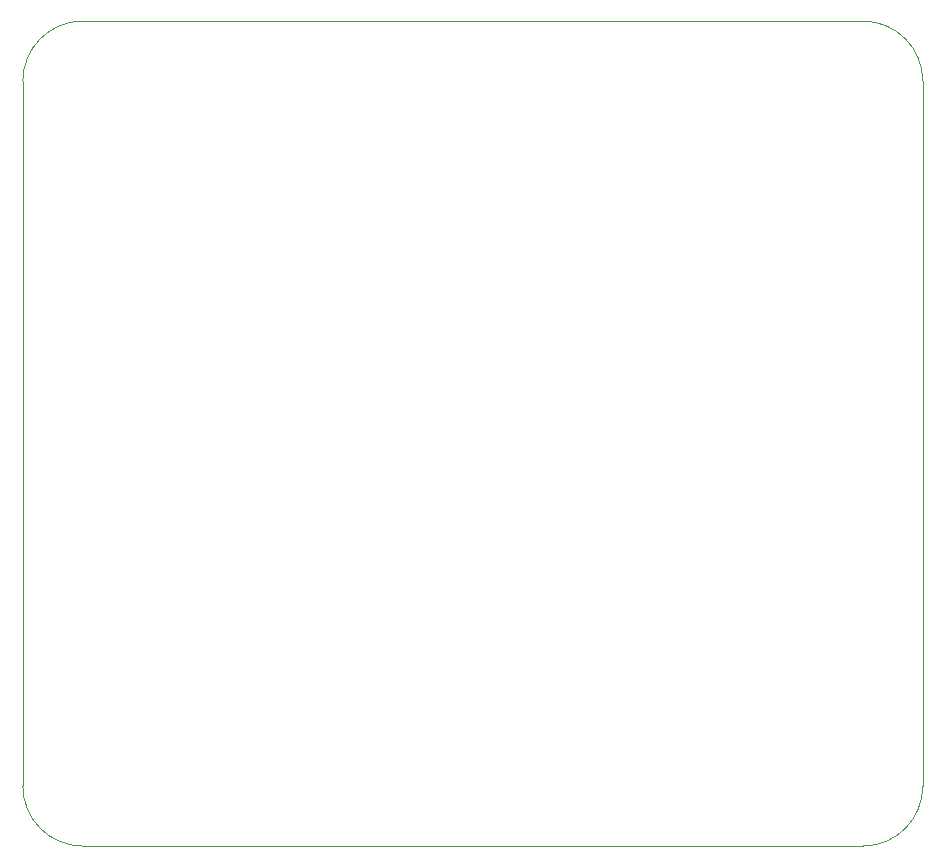
<source format=gbr>
%TF.GenerationSoftware,KiCad,Pcbnew,5.1.9*%
%TF.CreationDate,2021-06-15T13:05:46+08:00*%
%TF.ProjectId,Power-TEST,506f7765-722d-4544-9553-542e6b696361,rev?*%
%TF.SameCoordinates,Original*%
%TF.FileFunction,Profile,NP*%
%FSLAX46Y46*%
G04 Gerber Fmt 4.6, Leading zero omitted, Abs format (unit mm)*
G04 Created by KiCad (PCBNEW 5.1.9) date 2021-06-15 13:05:46*
%MOMM*%
%LPD*%
G01*
G04 APERTURE LIST*
%TA.AperFunction,Profile*%
%ADD10C,0.050000*%
%TD*%
G04 APERTURE END LIST*
D10*
X38100000Y-113030000D02*
X38100000Y-118110000D01*
X114300000Y-113030000D02*
X114300000Y-118110000D01*
X43180000Y-123190000D02*
X109220000Y-123190000D01*
X109220000Y-53340000D02*
X43180000Y-53340000D01*
X38100000Y-113030000D02*
X38100000Y-58420000D01*
X38100000Y-58420000D02*
G75*
G02*
X43180000Y-53340000I5080000J0D01*
G01*
X43180000Y-123190000D02*
G75*
G02*
X38100000Y-118110000I0J5080000D01*
G01*
X114300000Y-118110000D02*
G75*
G02*
X109220000Y-123190000I-5080000J0D01*
G01*
X114300000Y-58420000D02*
X114300000Y-113030000D01*
X109220000Y-53340000D02*
G75*
G02*
X114300000Y-58420000I0J-5080000D01*
G01*
M02*

</source>
